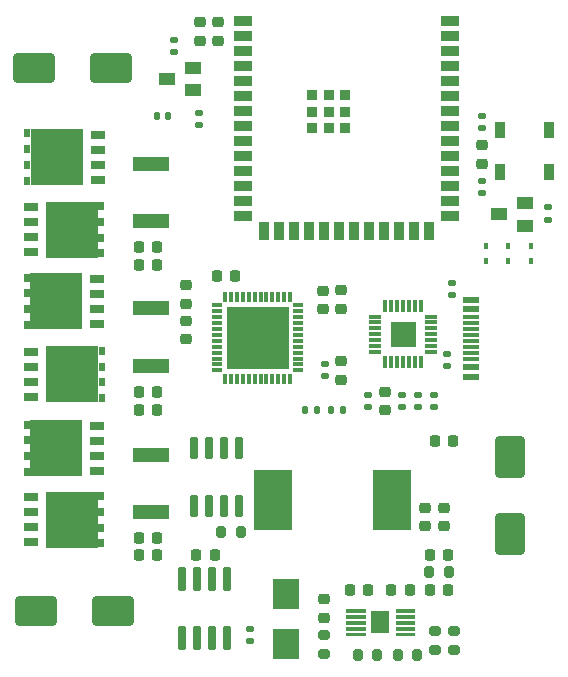
<source format=gbr>
%TF.GenerationSoftware,KiCad,Pcbnew,6.0.10-86aedd382b~118~ubuntu22.04.1*%
%TF.CreationDate,2023-04-05T16:54:16+05:30*%
%TF.ProjectId,Quadruped,51756164-7275-4706-9564-2e6b69636164,rev?*%
%TF.SameCoordinates,Original*%
%TF.FileFunction,Paste,Top*%
%TF.FilePolarity,Positive*%
%FSLAX46Y46*%
G04 Gerber Fmt 4.6, Leading zero omitted, Abs format (unit mm)*
G04 Created by KiCad (PCBNEW 6.0.10-86aedd382b~118~ubuntu22.04.1) date 2023-04-05 16:54:16*
%MOMM*%
%LPD*%
G01*
G04 APERTURE LIST*
G04 Aperture macros list*
%AMRoundRect*
0 Rectangle with rounded corners*
0 $1 Rounding radius*
0 $2 $3 $4 $5 $6 $7 $8 $9 X,Y pos of 4 corners*
0 Add a 4 corners polygon primitive as box body*
4,1,4,$2,$3,$4,$5,$6,$7,$8,$9,$2,$3,0*
0 Add four circle primitives for the rounded corners*
1,1,$1+$1,$2,$3*
1,1,$1+$1,$4,$5*
1,1,$1+$1,$6,$7*
1,1,$1+$1,$8,$9*
0 Add four rect primitives between the rounded corners*
20,1,$1+$1,$2,$3,$4,$5,0*
20,1,$1+$1,$4,$5,$6,$7,0*
20,1,$1+$1,$6,$7,$8,$9,0*
20,1,$1+$1,$8,$9,$2,$3,0*%
G04 Aperture macros list end*
%ADD10C,0.010000*%
%ADD11RoundRect,0.007800X-0.477200X-0.122200X0.477200X-0.122200X0.477200X0.122200X-0.477200X0.122200X0*%
%ADD12RoundRect,0.007800X0.122200X-0.477200X0.122200X0.477200X-0.122200X0.477200X-0.122200X-0.477200X0*%
%ADD13R,0.400000X0.480000*%
%ADD14RoundRect,0.225000X0.250000X-0.225000X0.250000X0.225000X-0.250000X0.225000X-0.250000X-0.225000X0*%
%ADD15RoundRect,0.200000X-0.275000X0.200000X-0.275000X-0.200000X0.275000X-0.200000X0.275000X0.200000X0*%
%ADD16RoundRect,0.200000X-0.200000X-0.275000X0.200000X-0.275000X0.200000X0.275000X-0.200000X0.275000X0*%
%ADD17R,0.900000X0.300000*%
%ADD18R,0.300000X0.900000*%
%ADD19R,5.250000X5.250000*%
%ADD20RoundRect,0.147500X0.147500X0.172500X-0.147500X0.172500X-0.147500X-0.172500X0.147500X-0.172500X0*%
%ADD21R,0.950000X1.400000*%
%ADD22RoundRect,0.135000X0.185000X-0.135000X0.185000X0.135000X-0.185000X0.135000X-0.185000X-0.135000X0*%
%ADD23R,1.200000X0.650000*%
%ADD24R,4.500000X4.700000*%
%ADD25R,0.500000X0.700000*%
%ADD26RoundRect,0.225000X0.225000X0.250000X-0.225000X0.250000X-0.225000X-0.250000X0.225000X-0.250000X0*%
%ADD27R,2.300000X2.500000*%
%ADD28R,3.150000X1.243000*%
%ADD29RoundRect,0.225000X-0.225000X-0.250000X0.225000X-0.250000X0.225000X0.250000X-0.225000X0.250000X0*%
%ADD30RoundRect,0.250000X-1.500000X-1.000000X1.500000X-1.000000X1.500000X1.000000X-1.500000X1.000000X0*%
%ADD31RoundRect,0.135000X-0.185000X0.135000X-0.185000X-0.135000X0.185000X-0.135000X0.185000X0.135000X0*%
%ADD32R,3.200000X5.100000*%
%ADD33R,1.400000X1.000000*%
%ADD34RoundRect,0.250000X-1.000000X1.500000X-1.000000X-1.500000X1.000000X-1.500000X1.000000X1.500000X0*%
%ADD35RoundRect,0.225000X-0.250000X0.225000X-0.250000X-0.225000X0.250000X-0.225000X0.250000X0.225000X0*%
%ADD36R,1.570000X1.880000*%
%ADD37R,0.900000X0.900000*%
%ADD38R,1.500000X0.900000*%
%ADD39R,0.900000X1.500000*%
%ADD40R,1.450000X0.600000*%
%ADD41R,1.450000X0.300000*%
%ADD42RoundRect,0.147500X-0.147500X-0.172500X0.147500X-0.172500X0.147500X0.172500X-0.147500X0.172500X0*%
%ADD43RoundRect,0.200000X0.275000X-0.200000X0.275000X0.200000X-0.275000X0.200000X-0.275000X-0.200000X0*%
%ADD44RoundRect,0.135000X0.135000X0.185000X-0.135000X0.185000X-0.135000X-0.185000X0.135000X-0.185000X0*%
%ADD45RoundRect,0.042000X-0.258000X0.943000X-0.258000X-0.943000X0.258000X-0.943000X0.258000X0.943000X0*%
%ADD46RoundRect,0.090000X0.210000X-0.860000X0.210000X0.860000X-0.210000X0.860000X-0.210000X-0.860000X0*%
G04 APERTURE END LIST*
%TO.C,IC2*%
G36*
X71690000Y-103770000D02*
G01*
X69690000Y-103770000D01*
X69690000Y-101770000D01*
X71690000Y-101770000D01*
X71690000Y-103770000D01*
G37*
D10*
X71690000Y-103770000D02*
X69690000Y-103770000D01*
X69690000Y-101770000D01*
X71690000Y-101770000D01*
X71690000Y-103770000D01*
%TO.C,IC1*%
G36*
X67425000Y-128275000D02*
G01*
X65875000Y-128275000D01*
X65875000Y-128025000D01*
X67425000Y-128025000D01*
X67425000Y-128275000D01*
G37*
X67425000Y-128275000D02*
X65875000Y-128275000D01*
X65875000Y-128025000D01*
X67425000Y-128025000D01*
X67425000Y-128275000D01*
G36*
X71625000Y-127775000D02*
G01*
X70075000Y-127775000D01*
X70075000Y-127525000D01*
X71625000Y-127525000D01*
X71625000Y-127775000D01*
G37*
X71625000Y-127775000D02*
X70075000Y-127775000D01*
X70075000Y-127525000D01*
X71625000Y-127525000D01*
X71625000Y-127775000D01*
G36*
X71625000Y-126775000D02*
G01*
X70075000Y-126775000D01*
X70075000Y-126525000D01*
X71625000Y-126525000D01*
X71625000Y-126775000D01*
G37*
X71625000Y-126775000D02*
X70075000Y-126775000D01*
X70075000Y-126525000D01*
X71625000Y-126525000D01*
X71625000Y-126775000D01*
G36*
X71625000Y-127275000D02*
G01*
X70075000Y-127275000D01*
X70075000Y-127025000D01*
X71625000Y-127025000D01*
X71625000Y-127275000D01*
G37*
X71625000Y-127275000D02*
X70075000Y-127275000D01*
X70075000Y-127025000D01*
X71625000Y-127025000D01*
X71625000Y-127275000D01*
G36*
X67425000Y-127275000D02*
G01*
X65875000Y-127275000D01*
X65875000Y-127025000D01*
X67425000Y-127025000D01*
X67425000Y-127275000D01*
G37*
X67425000Y-127275000D02*
X65875000Y-127275000D01*
X65875000Y-127025000D01*
X67425000Y-127025000D01*
X67425000Y-127275000D01*
G36*
X71625000Y-126275000D02*
G01*
X70075000Y-126275000D01*
X70075000Y-126025000D01*
X71625000Y-126025000D01*
X71625000Y-126275000D01*
G37*
X71625000Y-126275000D02*
X70075000Y-126275000D01*
X70075000Y-126025000D01*
X71625000Y-126025000D01*
X71625000Y-126275000D01*
G36*
X67425000Y-126275000D02*
G01*
X65875000Y-126275000D01*
X65875000Y-126025000D01*
X67425000Y-126025000D01*
X67425000Y-126275000D01*
G37*
X67425000Y-126275000D02*
X65875000Y-126275000D01*
X65875000Y-126025000D01*
X67425000Y-126025000D01*
X67425000Y-126275000D01*
G36*
X71625000Y-128275000D02*
G01*
X70075000Y-128275000D01*
X70075000Y-128025000D01*
X71625000Y-128025000D01*
X71625000Y-128275000D01*
G37*
X71625000Y-128275000D02*
X70075000Y-128275000D01*
X70075000Y-128025000D01*
X71625000Y-128025000D01*
X71625000Y-128275000D01*
G36*
X67425000Y-126775000D02*
G01*
X65875000Y-126775000D01*
X65875000Y-126525000D01*
X67425000Y-126525000D01*
X67425000Y-126775000D01*
G37*
X67425000Y-126775000D02*
X65875000Y-126775000D01*
X65875000Y-126525000D01*
X67425000Y-126525000D01*
X67425000Y-126775000D01*
G36*
X67425000Y-127775000D02*
G01*
X65875000Y-127775000D01*
X65875000Y-127525000D01*
X67425000Y-127525000D01*
X67425000Y-127775000D01*
G37*
X67425000Y-127775000D02*
X65875000Y-127775000D01*
X65875000Y-127525000D01*
X67425000Y-127525000D01*
X67425000Y-127775000D01*
%TD*%
D11*
%TO.C,IC2*%
X68320000Y-101270000D03*
X68320000Y-101770000D03*
X68320000Y-102270000D03*
X68320000Y-102770000D03*
X68320000Y-103270000D03*
X68320000Y-103770000D03*
X68320000Y-104270000D03*
D12*
X69190000Y-105140000D03*
X69690000Y-105140000D03*
X70190000Y-105140000D03*
X70690000Y-105140000D03*
X71190000Y-105140000D03*
X71690000Y-105140000D03*
X72190000Y-105140000D03*
D11*
X73060000Y-104270000D03*
X73060000Y-103770000D03*
X73060000Y-103270000D03*
X73060000Y-102770000D03*
X73060000Y-102270000D03*
X73060000Y-101770000D03*
X73060000Y-101270000D03*
D12*
X72190000Y-100400000D03*
X71690000Y-100400000D03*
X71190000Y-100400000D03*
X70690000Y-100400000D03*
X70190000Y-100400000D03*
X69690000Y-100400000D03*
X69190000Y-100400000D03*
%TD*%
D13*
%TO.C,D3*%
X81500000Y-95290000D03*
X81500000Y-96610000D03*
%TD*%
D14*
%TO.C,C1*%
X53500000Y-77925000D03*
X53500000Y-76375000D03*
%TD*%
D13*
%TO.C,D2*%
X77700000Y-95290000D03*
X77700000Y-96610000D03*
%TD*%
D15*
%TO.C,R1*%
X73420000Y-127885000D03*
X73420000Y-129535000D03*
%TD*%
D16*
%TO.C,R25*%
X70245000Y-129950000D03*
X71895000Y-129950000D03*
%TD*%
D17*
%TO.C,IC3*%
X54910000Y-100330000D03*
X54910000Y-100830000D03*
X54910000Y-101330000D03*
X54910000Y-101830000D03*
X54910000Y-102330000D03*
X54910000Y-102830000D03*
X54910000Y-103330000D03*
X54910000Y-103830000D03*
X54910000Y-104330000D03*
X54910000Y-104830000D03*
X54910000Y-105330000D03*
X54910000Y-105830000D03*
D18*
X55610000Y-106530000D03*
X56110000Y-106530000D03*
X56610000Y-106530000D03*
X57110000Y-106530000D03*
X57610000Y-106530000D03*
X58110000Y-106530000D03*
X58610000Y-106530000D03*
X59110000Y-106530000D03*
X59610000Y-106530000D03*
X60110000Y-106530000D03*
X60610000Y-106530000D03*
X61110000Y-106530000D03*
D17*
X61810000Y-105830000D03*
X61810000Y-105330000D03*
X61810000Y-104830000D03*
X61810000Y-104330000D03*
X61810000Y-103830000D03*
X61810000Y-103330000D03*
X61810000Y-102830000D03*
X61810000Y-102330000D03*
X61810000Y-101830000D03*
X61810000Y-101330000D03*
X61810000Y-100830000D03*
X61810000Y-100330000D03*
D18*
X61110000Y-99630000D03*
X60610000Y-99630000D03*
X60110000Y-99630000D03*
X59610000Y-99630000D03*
X59110000Y-99630000D03*
X58610000Y-99630000D03*
X58110000Y-99630000D03*
X57610000Y-99630000D03*
X57110000Y-99630000D03*
X56610000Y-99630000D03*
X56110000Y-99630000D03*
X55610000Y-99630000D03*
D19*
X58360000Y-103080000D03*
%TD*%
D20*
%TO.C,D5*%
X65555000Y-109220000D03*
X64585000Y-109220000D03*
%TD*%
D21*
%TO.C,SW2*%
X83075000Y-85500000D03*
X78925000Y-85500000D03*
%TD*%
D22*
%TO.C,R12*%
X74800000Y-99440000D03*
X74800000Y-98420000D03*
%TD*%
D23*
%TO.C,Q4*%
X44774000Y-101880000D03*
X44774000Y-100610000D03*
X44774000Y-99340000D03*
X44774000Y-98070000D03*
D24*
X41305000Y-99975000D03*
D25*
X38805000Y-97975010D03*
X38805000Y-99308340D03*
X38805000Y-100641670D03*
X38805000Y-101975000D03*
%TD*%
D22*
%TO.C,R17*%
X64100000Y-106330000D03*
X64100000Y-105310000D03*
%TD*%
%TO.C,R4*%
X82950000Y-93060000D03*
X82950000Y-92040000D03*
%TD*%
D26*
%TO.C,C30*%
X74505000Y-124440000D03*
X72955000Y-124440000D03*
%TD*%
D27*
%TO.C,D_Zener1*%
X60810000Y-124740000D03*
X60810000Y-129040000D03*
%TD*%
D28*
%TO.C,R14*%
X49325000Y-88378500D03*
X49325000Y-93221500D03*
%TD*%
D16*
%TO.C,R24*%
X72905000Y-122940000D03*
X74555000Y-122940000D03*
%TD*%
D29*
%TO.C,C10*%
X48325000Y-95400000D03*
X49875000Y-95400000D03*
%TD*%
D30*
%TO.C,C33*%
X39592500Y-126200000D03*
X46092500Y-126200000D03*
%TD*%
D31*
%TO.C,R9*%
X73320000Y-107930000D03*
X73320000Y-108950000D03*
%TD*%
D29*
%TO.C,C31*%
X69695000Y-124450000D03*
X71245000Y-124450000D03*
%TD*%
D22*
%TO.C,R21*%
X70630000Y-108960000D03*
X70630000Y-107940000D03*
%TD*%
D32*
%TO.C,L2*%
X59650000Y-116800000D03*
X69750000Y-116800000D03*
%TD*%
D31*
%TO.C,R8*%
X71950000Y-107940000D03*
X71950000Y-108960000D03*
%TD*%
D22*
%TO.C,R3*%
X53400000Y-85060000D03*
X53400000Y-84040000D03*
%TD*%
D33*
%TO.C,T2*%
X81030000Y-93580000D03*
X81030000Y-91680000D03*
X78830000Y-92630000D03*
%TD*%
D22*
%TO.C,R7*%
X74390000Y-105450000D03*
X74390000Y-104430000D03*
%TD*%
D30*
%TO.C,C32*%
X39450000Y-80200000D03*
X45950000Y-80200000D03*
%TD*%
D14*
%TO.C,C5*%
X77350000Y-88325000D03*
X77350000Y-86775000D03*
%TD*%
D34*
%TO.C,C4*%
X79770000Y-113200000D03*
X79770000Y-119700000D03*
%TD*%
D35*
%TO.C,C18*%
X74170000Y-117475000D03*
X74170000Y-119025000D03*
%TD*%
D36*
%TO.C,IC1*%
X68750000Y-127150000D03*
%TD*%
D29*
%TO.C,C13*%
X48325000Y-109200000D03*
X49875000Y-109200000D03*
%TD*%
D26*
%TO.C,C17*%
X56445000Y-97830000D03*
X54895000Y-97830000D03*
%TD*%
D29*
%TO.C,C12*%
X48325000Y-107700000D03*
X49875000Y-107700000D03*
%TD*%
D35*
%TO.C,C23*%
X63900000Y-99075000D03*
X63900000Y-100625000D03*
%TD*%
%TO.C,C21*%
X52280000Y-98625000D03*
X52280000Y-100175000D03*
%TD*%
D37*
%TO.C,U1*%
X64390000Y-85350000D03*
X65790000Y-82550000D03*
X64390000Y-82550000D03*
X64390000Y-83950000D03*
X62990000Y-83950000D03*
X62990000Y-85350000D03*
X62990000Y-82550000D03*
X65790000Y-83950000D03*
X65790000Y-85350000D03*
D38*
X57140000Y-76230000D03*
X57140000Y-77500000D03*
X57140000Y-78770000D03*
X57140000Y-80040000D03*
X57140000Y-81310000D03*
X57140000Y-82580000D03*
X57140000Y-83850000D03*
X57140000Y-85120000D03*
X57140000Y-86390000D03*
X57140000Y-87660000D03*
X57140000Y-88930000D03*
X57140000Y-90200000D03*
X57140000Y-91470000D03*
X57140000Y-92740000D03*
D39*
X58905000Y-93990000D03*
X60175000Y-93990000D03*
X61445000Y-93990000D03*
X62715000Y-93990000D03*
X63985000Y-93990000D03*
X65255000Y-93990000D03*
X66525000Y-93990000D03*
X67795000Y-93990000D03*
X69065000Y-93990000D03*
X70335000Y-93990000D03*
X71605000Y-93990000D03*
X72875000Y-93990000D03*
D38*
X74640000Y-92740000D03*
X74640000Y-91470000D03*
X74640000Y-90200000D03*
X74640000Y-88930000D03*
X74640000Y-87660000D03*
X74640000Y-86390000D03*
X74640000Y-85120000D03*
X74640000Y-83850000D03*
X74640000Y-82580000D03*
X74640000Y-81310000D03*
X74640000Y-80040000D03*
X74640000Y-78770000D03*
X74640000Y-77500000D03*
X74640000Y-76230000D03*
%TD*%
D14*
%TO.C,C19*%
X65450000Y-106615000D03*
X65450000Y-105065000D03*
%TD*%
D23*
%TO.C,Q3*%
X39185055Y-104270000D03*
X39185055Y-105540000D03*
X39185055Y-106810000D03*
X39185055Y-108080000D03*
D24*
X42654055Y-106175000D03*
D25*
X45154055Y-108174990D03*
X45154055Y-106841660D03*
X45154055Y-105508330D03*
X45154055Y-104175000D03*
%TD*%
D40*
%TO.C,J1*%
X76430000Y-106350000D03*
X76430000Y-105550000D03*
D41*
X76430000Y-104350000D03*
X76430000Y-103350000D03*
X76430000Y-102850000D03*
X76430000Y-101850000D03*
D40*
X76430000Y-99850000D03*
X76430000Y-100650000D03*
D41*
X76430000Y-101350000D03*
X76430000Y-102350000D03*
X76430000Y-103850000D03*
X76430000Y-104850000D03*
%TD*%
D29*
%TO.C,C14*%
X48325000Y-120000000D03*
X49875000Y-120000000D03*
%TD*%
D33*
%TO.C,T1*%
X52880000Y-82130000D03*
X52880000Y-80230000D03*
X50680000Y-81180000D03*
%TD*%
D23*
%TO.C,Q2*%
X44829945Y-89680000D03*
X44829945Y-88410000D03*
X44829945Y-87140000D03*
X44829945Y-85870000D03*
D25*
X38860945Y-85775010D03*
D24*
X41360945Y-87775000D03*
D25*
X38860945Y-87108340D03*
X38860945Y-88441670D03*
X38860945Y-89775000D03*
%TD*%
D16*
%TO.C,R10*%
X55275000Y-119550000D03*
X56925000Y-119550000D03*
%TD*%
%TO.C,R20*%
X66845000Y-129950000D03*
X68495000Y-129950000D03*
%TD*%
D14*
%TO.C,C2*%
X55050000Y-77925000D03*
X55050000Y-76375000D03*
%TD*%
D29*
%TO.C,C16*%
X66195000Y-124450000D03*
X67745000Y-124450000D03*
%TD*%
D31*
%TO.C,R13*%
X57700000Y-127690000D03*
X57700000Y-128710000D03*
%TD*%
D29*
%TO.C,C15*%
X48325000Y-121500000D03*
X49875000Y-121500000D03*
%TD*%
D21*
%TO.C,SW1*%
X83075000Y-89000000D03*
X78925000Y-89000000D03*
%TD*%
D35*
%TO.C,C22*%
X52280000Y-101625000D03*
X52280000Y-103175000D03*
%TD*%
D23*
%TO.C,Q5*%
X39166000Y-116570000D03*
X39166000Y-117840000D03*
X39166000Y-119110000D03*
X39166000Y-120380000D03*
D25*
X45135000Y-120474990D03*
D24*
X42635000Y-118475000D03*
D25*
X45135000Y-119141660D03*
X45135000Y-117808330D03*
X45135000Y-116475000D03*
%TD*%
D35*
%TO.C,C7*%
X69130000Y-107665000D03*
X69130000Y-109215000D03*
%TD*%
D23*
%TO.C,Q1*%
X39161945Y-92020000D03*
X39161945Y-93290000D03*
X39161945Y-94560000D03*
X39161945Y-95830000D03*
D25*
X45130945Y-95924990D03*
D24*
X42630945Y-93925000D03*
D25*
X45130945Y-94591660D03*
X45130945Y-93258330D03*
X45130945Y-91925000D03*
%TD*%
D42*
%TO.C,D6*%
X49845000Y-84300000D03*
X50815000Y-84300000D03*
%TD*%
D29*
%TO.C,C9*%
X53175000Y-121450000D03*
X54725000Y-121450000D03*
%TD*%
D14*
%TO.C,C29*%
X63970000Y-126760000D03*
X63970000Y-125210000D03*
%TD*%
D43*
%TO.C,R2*%
X74970000Y-129535000D03*
X74970000Y-127885000D03*
%TD*%
D29*
%TO.C,C3*%
X72955000Y-121440000D03*
X74505000Y-121440000D03*
%TD*%
%TO.C,C4*%
X73375000Y-111850000D03*
X74925000Y-111850000D03*
%TD*%
D28*
%TO.C,R16*%
X49325000Y-112953500D03*
X49325000Y-117796500D03*
%TD*%
D35*
%TO.C,C20*%
X72570000Y-117475000D03*
X72570000Y-119025000D03*
%TD*%
D13*
%TO.C,D4*%
X79600000Y-95290000D03*
X79600000Y-96610000D03*
%TD*%
D22*
%TO.C,R19*%
X51280000Y-78850000D03*
X51280000Y-77830000D03*
%TD*%
D44*
%TO.C,R18*%
X63380000Y-109210000D03*
X62360000Y-109210000D03*
%TD*%
D15*
%TO.C,R23*%
X63970000Y-128210000D03*
X63970000Y-129860000D03*
%TD*%
D29*
%TO.C,C11*%
X48325000Y-96900000D03*
X49875000Y-96900000D03*
%TD*%
D14*
%TO.C,C6*%
X65440000Y-100615000D03*
X65440000Y-99065000D03*
%TD*%
D45*
%TO.C,U3*%
X55755000Y-123535000D03*
X54485000Y-123535000D03*
X53215000Y-123535000D03*
X51945000Y-123535000D03*
X51945000Y-128475000D03*
X53215000Y-128475000D03*
X54485000Y-128475000D03*
X55755000Y-128475000D03*
%TD*%
D22*
%TO.C,R5*%
X77350000Y-90820000D03*
X77350000Y-89800000D03*
%TD*%
D28*
%TO.C,R15*%
X49325000Y-100578500D03*
X49325000Y-105421500D03*
%TD*%
D31*
%TO.C,R22*%
X67670000Y-107890000D03*
X67670000Y-108910000D03*
%TD*%
D46*
%TO.C,U5*%
X52945000Y-117355000D03*
X54215000Y-117355000D03*
X55485000Y-117355000D03*
X56755000Y-117355000D03*
X56755000Y-112445000D03*
X55485000Y-112445000D03*
X54215000Y-112445000D03*
X52945000Y-112445000D03*
%TD*%
D23*
%TO.C,Q6*%
X44799000Y-114330000D03*
X44799000Y-113060000D03*
X44799000Y-111790000D03*
X44799000Y-110520000D03*
D24*
X41330000Y-112425000D03*
D25*
X38830000Y-110425010D03*
X38830000Y-111758340D03*
X38830000Y-113091670D03*
X38830000Y-114425000D03*
%TD*%
D31*
%TO.C,R6*%
X77350000Y-84310000D03*
X77350000Y-85330000D03*
%TD*%
M02*

</source>
